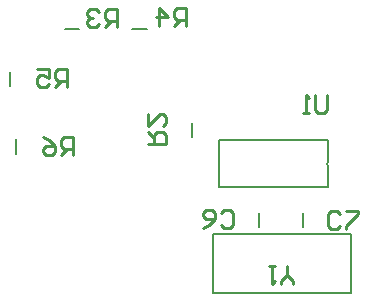
<source format=gbo>
G04 Layer_Color=32896*
%FSLAX25Y25*%
%MOIN*%
G70*
G01*
G75*
%ADD26C,0.01000*%
%ADD29C,0.00787*%
D26*
X93101Y-98098D02*
X94101Y-99098D01*
X96100D01*
X97100Y-98098D01*
Y-94100D01*
X96100Y-93100D01*
X94101D01*
X93101Y-94100D01*
X87103Y-99098D02*
X89103Y-98098D01*
X91102Y-96099D01*
Y-94100D01*
X90102Y-93100D01*
X88103D01*
X87103Y-94100D01*
Y-95099D01*
X88103Y-96099D01*
X91102D01*
X132999Y-94502D02*
X131999Y-93502D01*
X130000D01*
X129000Y-94502D01*
Y-98500D01*
X130000Y-99500D01*
X131999D01*
X132999Y-98500D01*
X134998Y-93502D02*
X138997D01*
Y-94502D01*
X134998Y-98500D01*
Y-99500D01*
X58400Y-32200D02*
Y-26202D01*
X55401D01*
X54401Y-27202D01*
Y-29201D01*
X55401Y-30201D01*
X58400D01*
X56401D02*
X54401Y-32200D01*
X52402Y-27202D02*
X51402Y-26202D01*
X49403D01*
X48403Y-27202D01*
Y-28201D01*
X49403Y-29201D01*
X50403D01*
X49403D01*
X48403Y-30201D01*
Y-31200D01*
X49403Y-32200D01*
X51402D01*
X52402Y-31200D01*
X68898Y-71260D02*
X74896D01*
Y-68261D01*
X73896Y-67261D01*
X71897D01*
X70897Y-68261D01*
Y-71260D01*
Y-69261D02*
X68898Y-67261D01*
Y-61263D02*
Y-65262D01*
X72896Y-61263D01*
X73896D01*
X74896Y-62263D01*
Y-64262D01*
X73896Y-65262D01*
X81600Y-32000D02*
Y-26002D01*
X78601D01*
X77601Y-27002D01*
Y-29001D01*
X78601Y-30001D01*
X81600D01*
X79601D02*
X77601Y-32000D01*
X72603D02*
Y-26002D01*
X75602Y-29001D01*
X71603D01*
X41732Y-52362D02*
Y-46364D01*
X38733D01*
X37734Y-47364D01*
Y-49363D01*
X38733Y-50363D01*
X41732D01*
X39733D02*
X37734Y-52362D01*
X31736Y-46364D02*
X35734D01*
Y-49363D01*
X33735Y-48364D01*
X32735D01*
X31736Y-49363D01*
Y-51363D01*
X32735Y-52362D01*
X34734D01*
X35734Y-51363D01*
X43701Y-74803D02*
Y-68805D01*
X40702D01*
X39702Y-69805D01*
Y-71804D01*
X40702Y-72804D01*
X43701D01*
X41701D02*
X39702Y-74803D01*
X33704Y-68805D02*
X35703Y-69805D01*
X37703Y-71804D01*
Y-73804D01*
X36703Y-74803D01*
X34704D01*
X33704Y-73804D01*
Y-72804D01*
X34704Y-71804D01*
X37703D01*
X117100Y-117998D02*
Y-116998D01*
X115101Y-114999D01*
X113101Y-116998D01*
Y-117998D01*
X115101Y-114999D02*
Y-112000D01*
X111102D02*
X109103D01*
X110102D01*
Y-117998D01*
X111102Y-116998D01*
X128400Y-55002D02*
Y-60000D01*
X127400Y-61000D01*
X125401D01*
X124401Y-60000D01*
Y-55002D01*
X122402Y-61000D02*
X120403D01*
X121402D01*
Y-55002D01*
X122402Y-56002D01*
D29*
X128988Y-77140D02*
G03*
X128988Y-78419I0J-640D01*
G01*
X83465Y-68898D02*
Y-64173D01*
X24803Y-74409D02*
Y-69685D01*
X22835Y-51968D02*
Y-47244D01*
X41138Y-33000D02*
X45862D01*
X63638D02*
X68362D01*
X136411Y-120781D02*
Y-101096D01*
X90348Y-120781D02*
Y-101096D01*
X136411D01*
X90348Y-120781D02*
X136411D01*
X120480Y-98801D02*
Y-94076D01*
X105980Y-98801D02*
Y-94076D01*
X92571Y-85425D02*
Y-70000D01*
X92700Y-85425D02*
X128988D01*
Y-78419D01*
Y-77140D02*
Y-70000D01*
X92600D02*
X128988D01*
M02*

</source>
